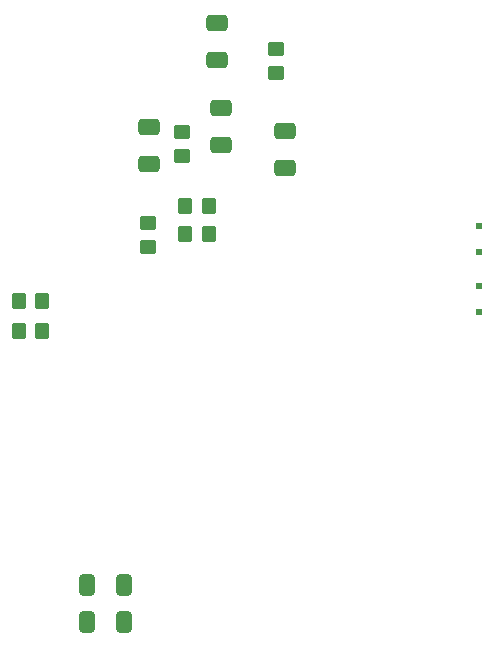
<source format=gbr>
%TF.GenerationSoftware,KiCad,Pcbnew,(6.0.0)*%
%TF.CreationDate,2022-10-28T11:35:46+02:00*%
%TF.ProjectId,INSTR AMP - IDC-SMD v22-10-27,494e5354-5220-4414-9d50-202d20494443,rev?*%
%TF.SameCoordinates,Original*%
%TF.FileFunction,Paste,Bot*%
%TF.FilePolarity,Positive*%
%FSLAX46Y46*%
G04 Gerber Fmt 4.6, Leading zero omitted, Abs format (unit mm)*
G04 Created by KiCad (PCBNEW (6.0.0)) date 2022-10-28 11:35:46*
%MOMM*%
%LPD*%
G01*
G04 APERTURE LIST*
G04 Aperture macros list*
%AMRoundRect*
0 Rectangle with rounded corners*
0 $1 Rounding radius*
0 $2 $3 $4 $5 $6 $7 $8 $9 X,Y pos of 4 corners*
0 Add a 4 corners polygon primitive as box body*
4,1,4,$2,$3,$4,$5,$6,$7,$8,$9,$2,$3,0*
0 Add four circle primitives for the rounded corners*
1,1,$1+$1,$2,$3*
1,1,$1+$1,$4,$5*
1,1,$1+$1,$6,$7*
1,1,$1+$1,$8,$9*
0 Add four rect primitives between the rounded corners*
20,1,$1+$1,$2,$3,$4,$5,0*
20,1,$1+$1,$4,$5,$6,$7,0*
20,1,$1+$1,$6,$7,$8,$9,0*
20,1,$1+$1,$8,$9,$2,$3,0*%
G04 Aperture macros list end*
%ADD10RoundRect,0.250000X-0.350000X-0.450000X0.350000X-0.450000X0.350000X0.450000X-0.350000X0.450000X0*%
%ADD11RoundRect,0.250000X-0.450000X0.350000X-0.450000X-0.350000X0.450000X-0.350000X0.450000X0.350000X0*%
%ADD12RoundRect,0.250000X0.350000X0.450000X-0.350000X0.450000X-0.350000X-0.450000X0.350000X-0.450000X0*%
%ADD13RoundRect,0.250000X-0.650000X0.412500X-0.650000X-0.412500X0.650000X-0.412500X0.650000X0.412500X0*%
%ADD14R,0.500000X0.500000*%
%ADD15RoundRect,0.250000X0.412500X0.650000X-0.412500X0.650000X-0.412500X-0.650000X0.412500X-0.650000X0*%
%ADD16RoundRect,0.250000X0.450000X-0.350000X0.450000X0.350000X-0.450000X0.350000X-0.450000X-0.350000X0*%
%ADD17RoundRect,0.250000X0.650000X-0.412500X0.650000X0.412500X-0.650000X0.412500X-0.650000X-0.412500X0*%
G04 APERTURE END LIST*
D10*
%TO.C,R10*%
X117262400Y-75184000D03*
X119262400Y-75184000D03*
%TD*%
D11*
%TO.C,R6*%
X117017800Y-66589400D03*
X117017800Y-68589400D03*
%TD*%
D12*
%TO.C,R12*%
X105190800Y-83413600D03*
X103190800Y-83413600D03*
%TD*%
D11*
%TO.C,R14*%
X124942600Y-59579000D03*
X124942600Y-61579000D03*
%TD*%
D13*
%TO.C,C13*%
X120345200Y-64579100D03*
X120345200Y-67704100D03*
%TD*%
D14*
%TO.C,D7*%
X142138400Y-76690400D03*
X142138400Y-74490400D03*
%TD*%
D15*
%TO.C,C17*%
X112052500Y-104927400D03*
X108927500Y-104927400D03*
%TD*%
D12*
%TO.C,R7*%
X119287800Y-72821800D03*
X117287800Y-72821800D03*
%TD*%
D16*
%TO.C,R9*%
X114122200Y-76285600D03*
X114122200Y-74285600D03*
%TD*%
D13*
%TO.C,C6*%
X114249200Y-66128500D03*
X114249200Y-69253500D03*
%TD*%
D12*
%TO.C,R11*%
X105190800Y-80873600D03*
X103190800Y-80873600D03*
%TD*%
D15*
%TO.C,C18*%
X112052500Y-108051600D03*
X108927500Y-108051600D03*
%TD*%
D17*
%TO.C,C8*%
X125704600Y-69634500D03*
X125704600Y-66509500D03*
%TD*%
D14*
%TO.C,D6*%
X142163800Y-79570400D03*
X142163800Y-81770400D03*
%TD*%
D13*
%TO.C,C12*%
X119989600Y-57327800D03*
X119989600Y-60452800D03*
%TD*%
M02*

</source>
